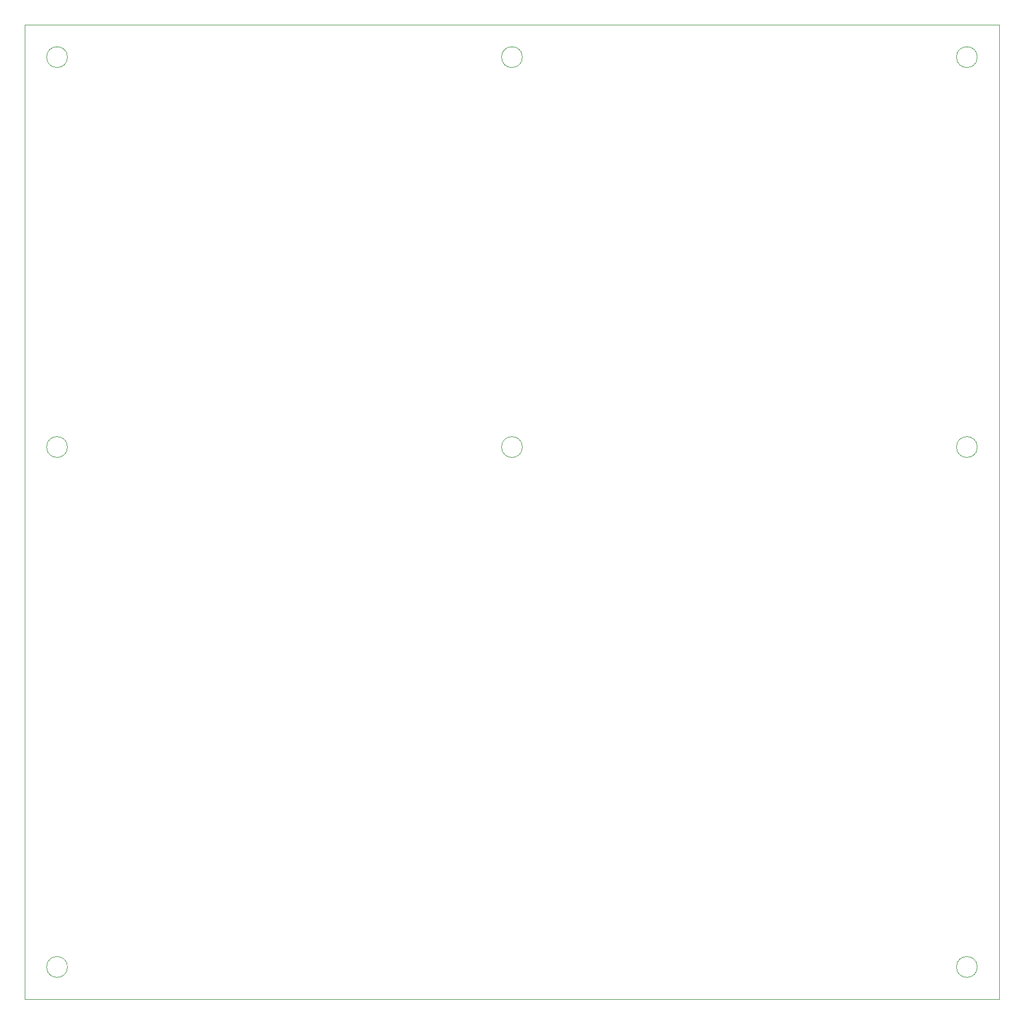
<source format=gm1>
G04 #@! TF.GenerationSoftware,KiCad,Pcbnew,8.0.2*
G04 #@! TF.CreationDate,2024-10-15T19:34:27+09:00*
G04 #@! TF.ProjectId,mainBorad,6d61696e-426f-4726-9164-2e6b69636164,rev?*
G04 #@! TF.SameCoordinates,Original*
G04 #@! TF.FileFunction,Profile,NP*
%FSLAX46Y46*%
G04 Gerber Fmt 4.6, Leading zero omitted, Abs format (unit mm)*
G04 Created by KiCad (PCBNEW 8.0.2) date 2024-10-15 19:34:27*
%MOMM*%
%LPD*%
G01*
G04 APERTURE LIST*
G04 #@! TA.AperFunction,Profile*
%ADD10C,0.100000*%
G04 #@! TD*
G04 #@! TA.AperFunction,Profile*
%ADD11C,0.050000*%
G04 #@! TD*
G04 APERTURE END LIST*
D10*
X26600000Y-165000000D02*
G75*
G02*
X23400000Y-165000000I-1600000J0D01*
G01*
X23400000Y-165000000D02*
G75*
G02*
X26600000Y-165000000I1600000J0D01*
G01*
D11*
X20000000Y-20000000D02*
X170000000Y-20000000D01*
X170000000Y-170000000D01*
X20000000Y-170000000D01*
X20000000Y-20000000D01*
D10*
X26600000Y-25000000D02*
G75*
G02*
X23400000Y-25000000I-1600000J0D01*
G01*
X23400000Y-25000000D02*
G75*
G02*
X26600000Y-25000000I1600000J0D01*
G01*
X96600000Y-25000000D02*
G75*
G02*
X93400000Y-25000000I-1600000J0D01*
G01*
X93400000Y-25000000D02*
G75*
G02*
X96600000Y-25000000I1600000J0D01*
G01*
X26600000Y-85000000D02*
G75*
G02*
X23400000Y-85000000I-1600000J0D01*
G01*
X23400000Y-85000000D02*
G75*
G02*
X26600000Y-85000000I1600000J0D01*
G01*
X166600000Y-25000000D02*
G75*
G02*
X163400000Y-25000000I-1600000J0D01*
G01*
X163400000Y-25000000D02*
G75*
G02*
X166600000Y-25000000I1600000J0D01*
G01*
X166600000Y-85000000D02*
G75*
G02*
X163400000Y-85000000I-1600000J0D01*
G01*
X163400000Y-85000000D02*
G75*
G02*
X166600000Y-85000000I1600000J0D01*
G01*
X166600000Y-165000000D02*
G75*
G02*
X163400000Y-165000000I-1600000J0D01*
G01*
X163400000Y-165000000D02*
G75*
G02*
X166600000Y-165000000I1600000J0D01*
G01*
X96600000Y-85000000D02*
G75*
G02*
X93400000Y-85000000I-1600000J0D01*
G01*
X93400000Y-85000000D02*
G75*
G02*
X96600000Y-85000000I1600000J0D01*
G01*
M02*

</source>
